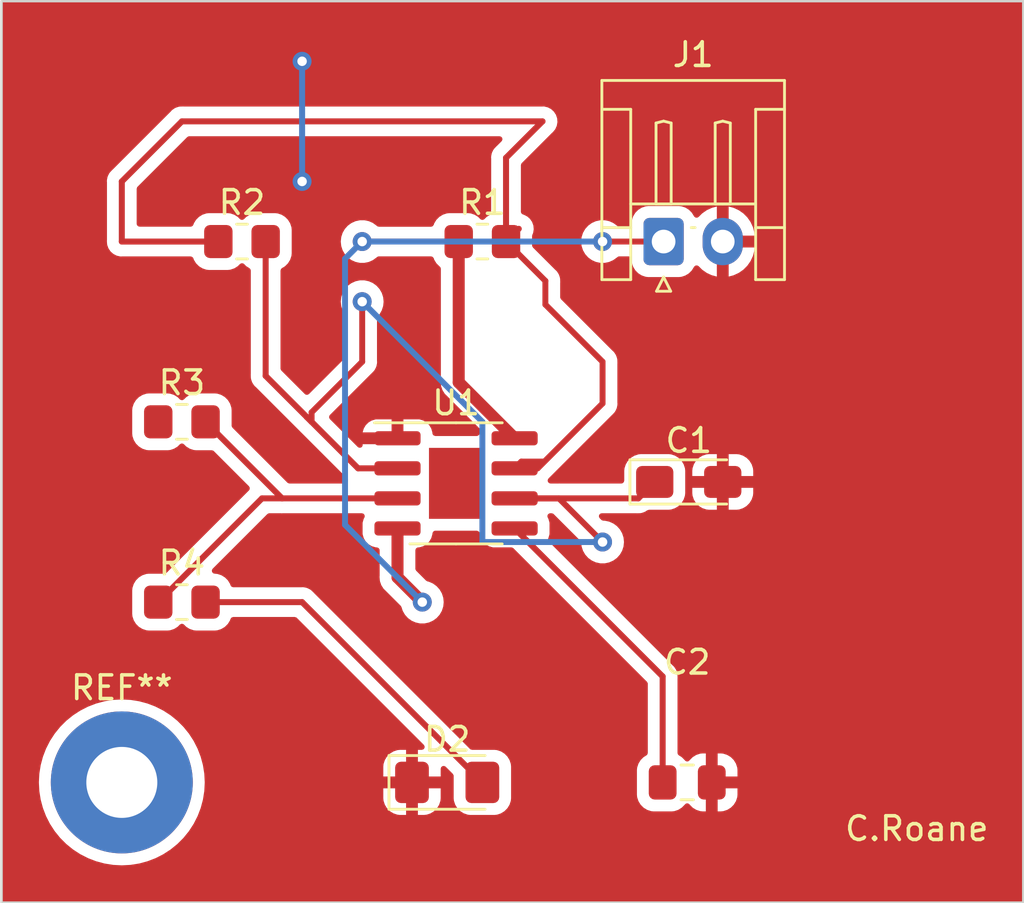
<source format=kicad_pcb>
(kicad_pcb (version 20221018) (generator pcbnew)
  (layers (0 "F.Cu" signal) (31 "B.Cu" signal) (34 "B.Paste" user) (35 "F.Paste" user) (36 "B.SilkS" user "B.Silkscreen") (37 "F.SilkS" user "F.Silkscreen") (38 "B.Mask" user) (39 "F.Mask" user) (44 "Edge.Cuts" user))
  (net 0 "")
  (net 1 "/pin_2")
  (net 2 "GND")
  (net 3 "Net-(U1-CV)")
  (net 4 "Net-(D2-A)")
  (net 5 "+9V")
  (net 6 "/pin_7")
  (net 7 "Net-(D1-K)")
  (net 8 "/pin_3")
  (footprint "Resistor_SMD:R_0805_2012Metric_Pad1.20x1.40mm_HandSolder" (layer "F.Cu") (at 91.44 73.66)
    (fp_text reference "R3" (at 0 -1.65) (layer "F.SilkS"))
    (fp_text value "1k")
    (fp_line (start -0.227064 -0.735) (end 0.227064 -0.735) (stroke (width 0.12)) (layer "F.SilkS"))
    (fp_line (start -0.227064 0.735) (end 0.227064 0.735) (stroke (width 0.12)) (layer "F.SilkS"))
    (pad "1" smd roundrect (at -1 0) (size 1.2 1.4) (layers "F.Cu" "F.Paste" "F.Mask") (roundrect_rratio 0.2083333333) (net 7 "Net-(D1-K)"))
    (pad "2" smd roundrect (at 1 0) (size 1.2 1.4) (layers "F.Cu" "F.Paste" "F.Mask") (roundrect_rratio 0.2083333333) (net 8 "/pin_3"))
  )
  (footprint "Resistor_SMD:R_0805_2012Metric_Pad1.20x1.40mm_HandSolder" (layer "F.Cu") (at 104.14 66.04)
    (fp_text reference "R1" (at 0 -1.65) (layer "F.SilkS"))
    (fp_text value "1k")
    (fp_line (start -0.227064 -0.735) (end 0.227064 -0.735) (stroke (width 0.12)) (layer "F.SilkS"))
    (fp_line (start -0.227064 0.735) (end 0.227064 0.735) (stroke (width 0.12)) (layer "F.SilkS"))
    (pad "1" smd roundrect (at -1 0) (size 1.2 1.4) (layers "F.Cu" "F.Paste" "F.Mask") (roundrect_rratio 0.2083333333) (net 5 "+9V"))
    (pad "2" smd roundrect (at 1 0) (size 1.2 1.4) (layers "F.Cu" "F.Paste" "F.Mask") (roundrect_rratio 0.2083333333) (net 6 "/pin_7"))
  )
  (footprint "LED_SMD:LED_1206_3216Metric_Pad1.42x1.75mm_HandSolder" (layer "F.Cu") (at 102.6525 88.9)
    (fp_text reference "D2" (at 0 -1.82) (layer "F.SilkS"))
    (fp_text value "LED")
    (fp_line (start -2.46 -1.135) (end -2.46 1.135) (stroke (width 0.12)) (layer "F.SilkS"))
    (fp_line (start -2.46 1.135) (end 1.6 1.135) (stroke (width 0.12)) (layer "F.SilkS"))
    (fp_line (start 1.6 -1.135) (end -2.46 -1.135) (stroke (width 0.12)) (layer "F.SilkS"))
    (pad "1" smd roundrect (at -1.4875 0) (size 1.425 1.75) (layers "F.Cu" "F.Paste" "F.Mask") (roundrect_rratio 0.1754392982) (net 2 "GND"))
    (pad "2" smd roundrect (at 1.4875 0) (size 1.425 1.75) (layers "F.Cu" "F.Paste" "F.Mask") (roundrect_rratio 0.1754392982) (net 4 "Net-(D2-A)"))
  )
  (footprint "Connector_JST:JST_EH_S2B-EH_1x02_P2.50mm_Horizontal" (layer "F.Cu") (at 111.8 66.04)
    (fp_text reference "J1" (at 1.25 -7.9) (layer "F.SilkS"))
    (fp_text value "~")
    (fp_line (start -2.61 -6.81) (end 5.11 -6.81) (stroke (width 0.12)) (layer "F.SilkS"))
    (fp_line (start -2.61 -5.59) (end -1.39 -5.59) (stroke (width 0.12)) (layer "F.SilkS"))
    (fp_line (start -2.61 1.61) (end -2.61 -6.81) (stroke (width 0.12)) (layer "F.SilkS"))
    (fp_line (start -1.39 -5.59) (end -1.39 -0.59) (stroke (width 0.12)) (layer "F.SilkS"))
    (fp_line (start -1.39 -1.59) (end 3.89 -1.59) (stroke (width 0.12)) (layer "F.SilkS"))
    (fp_line (start -1.39 -0.59) (end -2.61 -0.59) (stroke (width 0.12)) (layer "F.SilkS"))
    (fp_line (start -1.39 -0.59) (end -1.39 1.61) (stroke (width 0.12)) (layer "F.SilkS"))
    (fp_line (start -1.39 1.61) (end -2.61 1.61) (stroke (width 0.12)) (layer "F.SilkS"))
    (fp_line (start -0.32 -5.01) (end 0 -5.09) (stroke (width 0.12)) (layer "F.SilkS"))
    (fp_line (start -0.32 -1.59) (end -0.32 -5.01) (stroke (width 0.12)) (layer "F.SilkS"))
    (fp_line (start -0.3 2.1) (end 0.3 2.1) (stroke (width 0.12)) (layer "F.SilkS"))
    (fp_line (start 0 -5.09) (end 0.32 -5.01) (stroke (width 0.12)) (layer "F.SilkS"))
    (fp_line (start 0 -1.59) (end -0.32 -1.59) (stroke (width 0.12)) (layer "F.SilkS"))
    (fp_line (start 0 1.5) (end -0.3 2.1) (stroke (width 0.12)) (layer "F.SilkS"))
    (fp_line (start 0.3 2.1) (end 0 1.5) (stroke (width 0.12)) (layer "F.SilkS"))
    (fp_line (start 0.32 -5.01) (end 0.32 -1.59) (stroke (width 0.12)) (layer "F.SilkS"))
    (fp_line (start 0.32 -1.59) (end 0 -1.59) (stroke (width 0.12)) (layer "F.SilkS"))
    (fp_line (start 1.17 -0.59) (end 1.33 -0.59) (stroke (width 0.12)) (layer "F.SilkS"))
    (fp_line (start 2.18 -5.01) (end 2.5 -5.09) (stroke (width 0.12)) (layer "F.SilkS"))
    (fp_line (start 2.18 -1.59) (end 2.18 -5.01) (stroke (width 0.12)) (layer "F.SilkS"))
    (fp_line (start 2.5 -5.09) (end 2.82 -5.01) (stroke (width 0.12)) (layer "F.SilkS"))
    (fp_line (start 2.5 -1.59) (end 2.18 -1.59) (stroke (width 0.12)) (layer "F.SilkS"))
    (fp_line (start 2.82 -5.01) (end 2.82 -1.59) (stroke (width 0.12)) (layer "F.SilkS"))
    (fp_line (start 2.82 -1.59) (end 2.5 -1.59) (stroke (width 0.12)) (layer "F.SilkS"))
    (fp_line (start 3.89 -5.59) (end 3.89 -0.59) (stroke (width 0.12)) (layer "F.SilkS"))
    (fp_line (start 3.89 -0.59) (end 5.11 -0.59) (stroke (width 0.12)) (layer "F.SilkS"))
    (fp_line (start 3.89 1.61) (end 3.89 -0.59) (stroke (width 0.12)) (layer "F.SilkS"))
    (fp_line (start 5.11 -6.81) (end 5.11 1.61) (stroke (width 0.12)) (layer "F.SilkS"))
    (fp_line (start 5.11 -5.59) (end 3.89 -5.59) (stroke (width 0.12)) (layer "F.SilkS"))
    (fp_line (start 5.11 1.61) (end 3.89 1.61) (stroke (width 0.12)) (layer "F.SilkS"))
    (pad "1" thru_hole roundrect (at 0 0) (size 1.7 2) (drill 1) (layers "*.Cu" "*.Mask") (roundrect_rratio 0.1470588235) (net 5 "+9V"))
    (pad "2" thru_hole oval (at 2.5 0) (size 1.7 2) (drill 1) (layers "*.Cu" "*.Mask") (net 2 "GND"))
  )
  (footprint "Capacitor_Tantalum_SMD:CP_EIA-3216-18_Kemet-A_Pad1.58x1.35mm_HandSolder" (layer "F.Cu") (at 112.8625 76.2)
    (fp_text reference "C1" (at 0 -1.75) (layer "F.SilkS"))
    (fp_text value "10uF")
    (fp_line (start -2.485 -0.935) (end -2.485 0.935) (stroke (width 0.12)) (layer "F.SilkS"))
    (fp_line (start -2.485 0.935) (end 1.6 0.935) (stroke (width 0.12)) (layer "F.SilkS"))
    (fp_line (start 1.6 -0.935) (end -2.485 -0.935) (stroke (width 0.12)) (layer "F.SilkS"))
    (pad "1" smd roundrect (at -1.4375 0) (size 1.575 1.35) (layers "F.Cu" "F.Paste" "F.Mask") (roundrect_rratio 0.1851851852) (net 1 "/pin_2"))
    (pad "2" smd roundrect (at 1.4375 0) (size 1.575 1.35) (layers "F.Cu" "F.Paste" "F.Mask") (roundrect_rratio 0.1851851852) (net 2 "GND"))
  )
  (footprint "Resistor_SMD:R_0805_2012Metric_Pad1.20x1.40mm_HandSolder" (layer "F.Cu") (at 93.98 66.04)
    (fp_text reference "R2" (at 0 -1.65) (layer "F.SilkS"))
    (fp_text value "10k")
    (fp_line (start -0.227064 -0.735) (end 0.227064 -0.735) (stroke (width 0.12)) (layer "F.SilkS"))
    (fp_line (start -0.227064 0.735) (end 0.227064 0.735) (stroke (width 0.12)) (layer "F.SilkS"))
    (pad "1" smd roundrect (at -1 0) (size 1.2 1.4) (layers "F.Cu" "F.Paste" "F.Mask") (roundrect_rratio 0.2083333333) (net 6 "/pin_7"))
    (pad "2" smd roundrect (at 1 0) (size 1.2 1.4) (layers "F.Cu" "F.Paste" "F.Mask") (roundrect_rratio 0.2083333333) (net 1 "/pin_2"))
  )
  (footprint "Capacitor_SMD:C_0805_2012Metric_Pad1.18x1.45mm_HandSolder" (layer "F.Cu") (at 112.7975 88.9)
    (fp_text reference "C2" (at 0 -5.08) (layer "F.SilkS"))
    (fp_text value "0.01uF")
    (fp_line (start -0.261252 -0.735) (end 0.261252 -0.735) (stroke (width 0.12)) (layer "F.SilkS"))
    (fp_line (start -0.261252 0.735) (end 0.261252 0.735) (stroke (width 0.12)) (layer "F.SilkS"))
    (pad "1" smd roundrect (at -1.0375 0) (size 1.175 1.45) (layers "F.Cu" "F.Paste" "F.Mask") (roundrect_rratio 0.2127659574) (net 3 "Net-(U1-CV)"))
    (pad "2" smd roundrect (at 1.0375 0) (size 1.175 1.45) (layers "F.Cu" "F.Paste" "F.Mask") (roundrect_rratio 0.2127659574) (net 2 "GND"))
  )
  (footprint "MountingHole:MountingHole_3mm_Pad" (layer "F.Cu") (at 88.9 88.9)
    (fp_text reference "REF**" (at 0 -4) (layer "F.SilkS"))
    (fp_text value "MountingHole")
    (pad "1" thru_hole circle (at 0 0) (size 6 6) (drill 3) (layers "*.Cu" "*.Mask"))
  )
  (footprint "Package_SO:SOIC-8-1EP_3.9x4.9mm_P1.27mm_EP2.29x3mm" (layer "F.Cu") (at 103.0275 76.26)
    (fp_text reference "U1" (at 0 -3.4) (layer "F.SilkS"))
    (fp_text value "~")
    (fp_line (start 0 -2.56) (end -3.45 -2.56) (stroke (width 0.12)) (layer "F.SilkS"))
    (fp_line (start 0 -2.56) (end 1.95 -2.56) (stroke (width 0.12)) (layer "F.SilkS"))
    (fp_line (start 0 2.56) (end -1.95 2.56) (stroke (width 0.12)) (layer "F.SilkS"))
    (fp_line (start 0 2.56) (end 1.95 2.56) (stroke (width 0.12)) (layer "F.SilkS"))
    (pad "1" smd roundrect (at -2.475 -1.905) (size 1.95 0.6) (layers "F.Cu" "F.Paste" "F.Mask") (net 2 "GND"))
    (pad "2" smd roundrect (at -2.475 -0.635) (size 1.95 0.6) (layers "F.Cu" "F.Paste" "F.Mask") (net 1 "/pin_2"))
    (pad "3" smd roundrect (at -2.475 0.635) (size 1.95 0.6) (layers "F.Cu" "F.Paste" "F.Mask") (net 8 "/pin_3"))
    (pad "4" smd roundrect (at -2.475 1.905) (size 1.95 0.6) (layers "F.Cu" "F.Paste" "F.Mask") (net 5 "+9V"))
    (pad "5" smd roundrect (at 2.475 1.905) (size 1.95 0.6) (layers "F.Cu" "F.Paste" "F.Mask") (net 3 "Net-(U1-CV)"))
    (pad "6" smd roundrect (at 2.475 0.635) (size 1.95 0.6) (layers "F.Cu" "F.Paste" "F.Mask") (net 1 "/pin_2"))
    (pad "7" smd roundrect (at 2.475 -0.635) (size 1.95 0.6) (layers "F.Cu" "F.Paste" "F.Mask") (net 6 "/pin_7"))
    (pad "8" smd roundrect (at 2.475 -1.905) (size 1.95 0.6) (layers "F.Cu" "F.Paste" "F.Mask") (net 5 "+9V"))
    (pad "9" smd rect (at 0 0) (size 2.29 3) (layers "F.Cu" "F.Mask"))
  )
  (footprint "Resistor_SMD:R_0805_2012Metric_Pad1.20x1.40mm_HandSolder" (layer "F.Cu") (at 91.44 81.28)
    (fp_text reference "R4" (at 0 -1.65) (layer "F.SilkS"))
    (fp_text value "1k")
    (fp_line (start -0.227064 -0.735) (end 0.227064 -0.735) (stroke (width 0.12)) (layer "F.SilkS"))
    (fp_line (start -0.227064 0.735) (end 0.227064 0.735) (stroke (width 0.12)) (layer "F.SilkS"))
    (pad "1" smd roundrect (at -1 0) (size 1.2 1.4) (layers "F.Cu" "F.Paste" "F.Mask") (roundrect_rratio 0.2083333333) (net 8 "/pin_3"))
    (pad "2" smd roundrect (at 1 0) (size 1.2 1.4) (layers "F.Cu" "F.Paste" "F.Mask") (roundrect_rratio 0.2083333333) (net 4 "Net-(D2-A)"))
  )
  (gr_rect (start 83.82 55.88) (end 127 93.98) (stroke (width 0.1)) (fill none) (layer "Edge.Cuts"))
  (gr_text "C.Roane" (at 119.38 91.44) (layer "F.SilkS") (effects (font (size 1 1)) (justify left bottom)))
  (segment (start 105.5025 76.895) (end 107.375 76.895) (width 0.25) (layer "F.Cu") (net 1))
  (segment (start 109.22 78.74) (end 107.375 76.895) (width 0.25) (layer "F.Cu") (net 1))
  (segment (start 99.06 71.12) (end 99.06 68.58) (width 0.25) (layer "F.Cu") (net 1))
  (segment (start 105.5025 76.895) (end 106.4775 76.895) (width 0.25) (layer "F.Cu") (net 1))
  (segment (start 111.425 76.2) (end 110.73 76.895) (width 0.254) (layer "F.Cu") (net 1))
  (segment (start 94.98 71.718082) (end 96.720959 73.459041) (width 0.254) (layer "F.Cu") (net 1))
  (segment (start 96.921918 73.66) (end 96.720959 73.459041) (width 0.25) (layer "F.Cu") (net 1))
  (segment (start 98.886918 75.625) (end 100.5525 75.625) (width 0.254) (layer "F.Cu") (net 1))
  (segment (start 94.98 66.04) (end 94.98 71.718082) (width 0.254) (layer "F.Cu") (net 1))
  (segment (start 96.921918 73.258082) (end 99.06 71.12) (width 0.25) (layer "F.Cu") (net 1))
  (segment (start 96.720959 73.459041) (end 98.886918 75.625) (width 0.254) (layer "F.Cu") (net 1))
  (segment (start 110.73 76.895) (end 105.5025 76.895) (width 0.254) (layer "F.Cu") (net 1))
  (segment (start 96.921918 73.66) (end 96.921918 73.258082) (width 0.25) (layer "F.Cu") (net 1))
  (via (at 99.06 68.58) (size 0.8) (drill 0.4) (layers "F.Cu" "B.Cu") (net 1))
  (via (at 109.22 78.74) (size 0.8) (drill 0.4) (layers "F.Cu" "B.Cu") (net 1))
  (segment (start 104.14 78.74) (end 104.14 73.66) (width 0.25) (layer "B.Cu") (net 1))
  (segment (start 104.14 73.66) (end 99.06 68.58) (width 0.25) (layer "B.Cu") (net 1))
  (segment (start 104.14 78.74) (end 109.22 78.74) (width 0.25) (layer "B.Cu") (net 1))
  (via (at 96.52 63.5) (size 0.8) (drill 0.4) (layers "F.Cu" "B.Cu") (net 2))
  (via (at 96.52 58.42) (size 0.8) (drill 0.4) (layers "F.Cu" "B.Cu") (net 2))
  (segment (start 96.52 63.5) (end 96.52 58.42) (width 0.254) (layer "B.Cu") (net 2))
  (segment (start 111.76 84.4225) (end 111.76 88.9) (width 0.254) (layer "F.Cu") (net 3))
  (segment (start 105.5025 78.165) (end 111.76 84.4225) (width 0.254) (layer "F.Cu") (net 3))
  (segment (start 96.52 81.28) (end 104.14 88.9) (width 0.254) (layer "F.Cu") (net 4))
  (segment (start 92.44 81.28) (end 96.52 81.28) (width 0.254) (layer "F.Cu") (net 4))
  (segment (start 100.5525 78.165) (end 100.5525 80.2325) (width 0.508) (layer "F.Cu") (net 5))
  (segment (start 103.14 66.04) (end 103.14 71.9925) (width 0.508) (layer "F.Cu") (net 5))
  (segment (start 103.14 71.9925) (end 105.5025 74.355) (width 0.508) (layer "F.Cu") (net 5))
  (segment (start 100.5525 80.2325) (end 101.6 81.28) (width 0.508) (layer "F.Cu") (net 5))
  (segment (start 111.8 66.04) (end 109.22 66.04) (width 0.25) (layer "F.Cu") (net 5))
  (segment (start 99.06 66.04) (end 103.14 66.04) (width 0.25) (layer "F.Cu") (net 5))
  (via (at 101.6 81.28) (size 0.8) (drill 0.4) (layers "F.Cu" "B.Cu") (net 5))
  (via (at 99.06 66.04) (size 0.8) (drill 0.4) (layers "F.Cu" "B.Cu") (net 5))
  (via (at 109.22 66.04) (size 0.8) (drill 0.4) (layers "F.Cu" "B.Cu") (net 5))
  (segment (start 99.06 66.04) (end 98.335 66.765) (width 0.25) (layer "B.Cu") (net 5))
  (segment (start 98.335 66.765) (end 98.335 78.015) (width 0.25) (layer "B.Cu") (net 5))
  (segment (start 111.8 66.04) (end 111.0725 66.7675) (width 0.25) (layer "B.Cu") (net 5))
  (segment (start 98.335 78.015) (end 101.6 81.28) (width 0.25) (layer "B.Cu") (net 5))
  (segment (start 109.22 66.04) (end 99.06 66.04) (width 0.25) (layer "B.Cu") (net 5))
  (segment (start 109.22 71.12) (end 109.22 72.8825) (width 0.25) (layer "F.Cu") (net 6))
  (segment (start 105.14 62.5) (end 105.14 66.04) (width 0.254) (layer "F.Cu") (net 6))
  (segment (start 105.68 65.5) (end 105.14 66.04) (width 0.25) (layer "F.Cu") (net 6))
  (segment (start 88.9 66.04) (end 88.9 63.5) (width 0.254) (layer "F.Cu") (net 6))
  (segment (start 91.44 60.96) (end 106.68 60.96) (width 0.254) (layer "F.Cu") (net 6))
  (segment (start 106.8025 67.7025) (end 106.8025 68.7025) (width 0.25) (layer "F.Cu") (net 6))
  (segment (start 106.8025 68.7025) (end 109.22 71.12) (width 0.25) (layer "F.Cu") (net 6))
  (segment (start 105.14 66.04) (end 106.8025 67.7025) (width 0.25) (layer "F.Cu") (net 6))
  (segment (start 106.68 60.96) (end 105.14 62.5) (width 0.254) (layer "F.Cu") (net 6))
  (segment (start 106.4775 75.625) (end 105.5025 75.625) (width 0.25) (layer "F.Cu") (net 6))
  (segment (start 106.68 75.34) (end 105.7875 75.34) (width 0.25) (layer "F.Cu") (net 6))
  (segment (start 88.9 63.5) (end 91.44 60.96) (width 0.254) (layer "F.Cu") (net 6))
  (segment (start 105.7875 75.34) (end 105.5025 75.625) (width 0.25) (layer "F.Cu") (net 6))
  (segment (start 92.98 66.04) (end 88.9 66.04) (width 0.254) (layer "F.Cu") (net 6))
  (segment (start 109.22 72.8825) (end 106.4775 75.625) (width 0.25) (layer "F.Cu") (net 6))
  (segment (start 92.44 73.66) (end 95.675 76.895) (width 0.254) (layer "F.Cu") (net 8))
  (segment (start 95.675 76.895) (end 100.5525 76.895) (width 0.254) (layer "F.Cu") (net 8))
  (segment (start 90.44 81.28) (end 94.825 76.895) (width 0.254) (layer "F.Cu") (net 8))
  (segment (start 94.825 76.895) (end 95.675 76.895) (width 0.254) (layer "F.Cu") (net 8))
  (zone (net 2) (net_name "GND") (layer "F.Cu") (connect_pads (clearance 0.5)) (min_thickness 0.25) (fill yes (thermal_gap 0.5) (thermal_bridge_width 0.5))
    (polygon (pts (xy 127 93.98) (xy 127 55.88) (xy 83.82 55.88) (xy 83.82 93.98)))
  )
)
</source>
